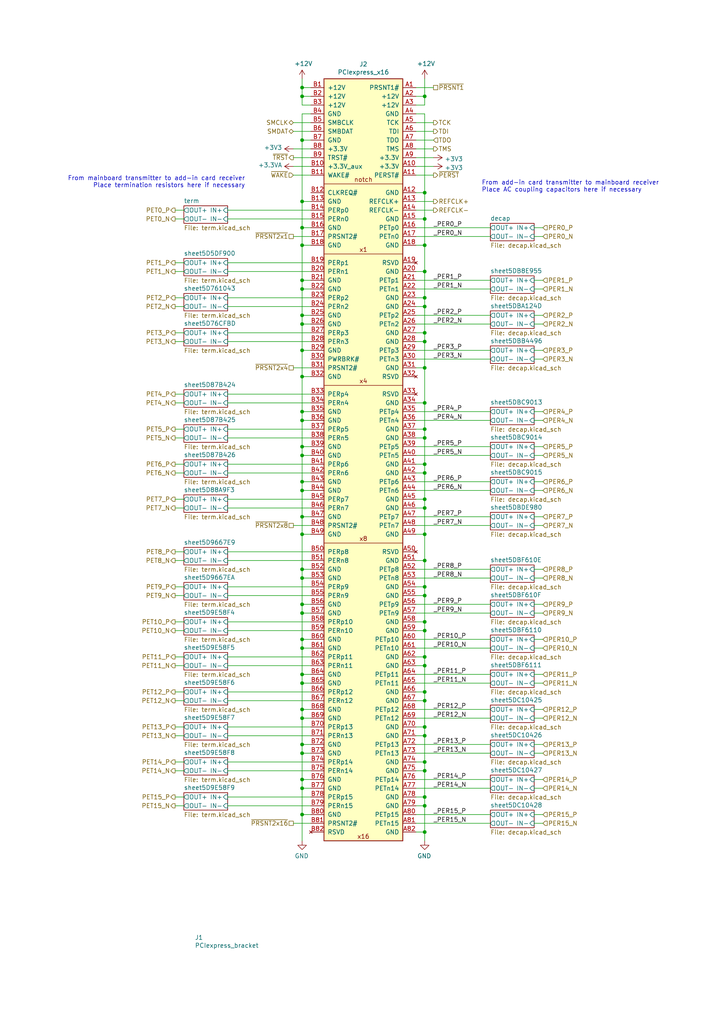
<source format=kicad_sch>
(kicad_sch (version 20250114) (generator "eeschema") (generator_version "9.0")
  (paper "A4" portrait)
  (title_block (title "PCIexpress_x16_full") (company "Author: Luca Anastasio"))
  (lib_symbols
    (symbol "PCIexpress:PCIexpress_bracket" (pin_names (offset 1.016))
      (property "Reference" "J" (at 0 0 0))
      (property "Value" "PCIexpress_bracket" (at 0 0 0))
    )
    (symbol "PCIexpress:PCIexpress_x16" (pin_names (offset 1.016))
      (property "Reference" "J" (at 0 3.81 0))
      (property "Value" "PCIexpress_x16" (at 0 1.27 0))
      (symbol "PCIexpress_x16_0_0"
        (polyline (pts (xy 11.43 -88.9) (xy -11.43 -88.9)))
        (polyline (pts (xy 11.43 -134.62) (xy -11.43 -134.62)))
        (text "x4" (at 0 -87.63 0) (effects (font (size 1.27 1.27))))
        (text "x8" (at 0 -133.35 0) (effects (font (size 1.27 1.27))))
        (text "x16" (at 0 -219.71 0) (effects (font (size 1.27 1.27))))
      )
      (symbol "PCIexpress_x16_1_1"
        (rectangle (start 11.43 0) (end -11.43 -220.98) (stroke (width 0.254)) (fill (type background)))
        (polyline (pts (xy 11.43 -30.48) (xy -11.43 -30.48)))
        (polyline (pts (xy 11.43 -50.8) (xy -11.43 -50.8)))
        (text "notch" (at 0 -29.21 0) (effects (font (size 1.27 1.27))))
        (text "x1" (at 0 -49.53 0) (effects (font (size 1.27 1.27))))
        (pin power_in line (at -15.24 -2.54 0) (length 3.81) (name "+12V") (number "B1"))
        (pin power_in line (at -15.24 -5.08 0) (length 3.81) (name "+12V") (number "B2"))
        (pin power_in line (at -15.24 -7.62 0) (length 3.81) (name "+12V") (number "B3"))
        (pin power_in line (at -15.24 -10.16 0) (length 3.81) (name "GND") (number "B4"))
        (pin input line (at -15.24 -12.7 0) (length 3.81) (name "SMBCLK") (number "B5"))
        (pin bidirectional line (at -15.24 -15.24 0) (length 3.81) (name "SMBDAT") (number "B6"))
        (pin power_in line (at -15.24 -17.78 0) (length 3.81) (name "GND") (number "B7"))
        (pin power_in line (at -15.24 -20.32 0) (length 3.81) (name "+3.3V") (number "B8"))
        (pin input line (at -15.24 -22.86 0) (length 3.81) (name "TRST#") (number "B9"))
        (pin power_in line (at -15.24 -25.4 0) (length 3.81) (name "+3.3V_aux") (number "B10"))
        (pin bidirectional line (at -15.24 -27.94 0) (length 3.81) (name "WAKE#") (number "B11"))
        (pin bidirectional line (at -15.24 -33.02 0) (length 3.81) (name "CLKREQ#") (number "B12"))
        (pin power_in line (at -15.24 -35.56 0) (length 3.81) (name "GND") (number "B13"))
        (pin input line (at -15.24 -38.1 0) (length 3.81) (name "PERp0") (number "B14"))
        (pin input line (at -15.24 -40.64 0) (length 3.81) (name "PERn0") (number "B15"))
        (pin power_in line (at -15.24 -43.18 0) (length 3.81) (name "GND") (number "B16"))
        (pin passive line (at -15.24 -45.72 0) (length 3.81) (name "PRSNT2#") (number "B17"))
        (pin power_in line (at -15.24 -48.26 0) (length 3.81) (name "GND") (number "B18"))
        (pin input line (at -15.24 -53.34 0) (length 3.81) (name "PERp1") (number "B19"))
        (pin input line (at -15.24 -55.88 0) (length 3.81) (name "PERn1") (number "B20"))
        (pin power_in line (at -15.24 -58.42 0) (length 3.81) (name "GND") (number "B21"))
        (pin power_in line (at -15.24 -60.96 0) (length 3.81) (name "GND") (number "B22"))
        (pin input line (at -15.24 -63.5 0) (length 3.81) (name "PERp2") (number "B23"))
        (pin input line (at -15.24 -66.04 0) (length 3.81) (name "PERn2") (number "B24"))
        (pin power_in line (at -15.24 -68.58 0) (length 3.81) (name "GND") (number "B25"))
        (pin power_in line (at -15.24 -71.12 0) (length 3.81) (name "GND") (number "B26"))
        (pin input line (at -15.24 -73.66 0) (length 3.81) (name "PERp3") (number "B27"))
        (pin input line (at -15.24 -76.2 0) (length 3.81) (name "PERn3") (number "B28"))
        (pin power_in line (at -15.24 -78.74 0) (length 3.81) (name "GND") (number "B29"))
        (pin output line (at -15.24 -81.28 0) (length 3.81) (name "PWRBRK#") (number "B30"))
        (pin passive line (at -15.24 -83.82 0) (length 3.81) (name "PRSNT2#") (number "B31"))
        (pin power_in line (at -15.24 -86.36 0) (length 3.81) (name "GND") (number "B32"))
        (pin input line (at -15.24 -91.44 0) (length 3.81) (name "PERp4") (number "B33"))
        (pin input line (at -15.24 -93.98 0) (length 3.81) (name "PERn4") (number "B34"))
        (pin power_in line (at -15.24 -96.52 0) (length 3.81) (name "GND") (number "B35"))
        (pin power_in line (at -15.24 -99.06 0) (length 3.81) (name "GND") (number "B36"))
        (pin input line (at -15.24 -101.6 0) (length 3.81) (name "PERp5") (number "B37"))
        (pin input line (at -15.24 -104.14 0) (length 3.81) (name "PERn5") (number "B38"))
        (pin power_in line (at -15.24 -106.68 0) (length 3.81) (name "GND") (number "B39"))
        (pin power_in line (at -15.24 -109.22 0) (length 3.81) (name "GND") (number "B40"))
        (pin input line (at -15.24 -111.76 0) (length 3.81) (name "PERp6") (number "B41"))
        (pin input line (at -15.24 -114.3 0) (length 3.81) (name "PERn6") (number "B42"))
        (pin power_in line (at -15.24 -116.84 0) (length 3.81) (name "GND") (number "B43"))
        (pin power_in line (at -15.24 -119.38 0) (length 3.81) (name "GND") (number "B44"))
        (pin input line (at -15.24 -121.92 0) (length 3.81) (name "PERp7") (number "B45"))
        (pin input line (at -15.24 -124.46 0) (length 3.81) (name "PERn7") (number "B46"))
        (pin power_in line (at -15.24 -127 0) (length 3.81) (name "GND") (number "B47"))
        (pin passive line (at -15.24 -129.54 0) (length 3.81) (name "PRSNT2#") (number "B48"))
        (pin power_in line (at -15.24 -132.08 0) (length 3.81) (name "GND") (number "B49"))
        (pin input line (at -15.24 -137.16 0) (length 3.81) (name "PERp8") (number "B50"))
        (pin input line (at -15.24 -139.7 0) (length 3.81) (name "PERn8") (number "B51"))
        (pin power_in line (at -15.24 -142.24 0) (length 3.81) (name "GND") (number "B52"))
        (pin power_in line (at -15.24 -144.78 0) (length 3.81) (name "GND") (number "B53"))
        (pin input line (at -15.24 -147.32 0) (length 3.81) (name "PERp9") (number "B54"))
        (pin input line (at -15.24 -149.86 0) (length 3.81) (name "PERn9") (number "B55"))
        (pin power_in line (at -15.24 -152.4 0) (length 3.81) (name "GND") (number "B56"))
        (pin power_in line (at -15.24 -154.94 0) (length 3.81) (name "GND") (number "B57"))
        (pin input line (at -15.24 -157.48 0) (length 3.81) (name "PERp10") (number "B58"))
        (pin input line (at -15.24 -160.02 0) (length 3.81) (name "PERn10") (number "B59"))
        (pin power_in line (at -15.24 -162.56 0) (length 3.81) (name "GND") (number "B60"))
        (pin power_in line (at -15.24 -165.1 0) (length 3.81) (name "GND") (number "B61"))
        (pin input line (at -15.24 -167.64 0) (length 3.81) (name "PERp11") (number "B62"))
        (pin input line (at -15.24 -170.18 0) (length 3.81) (name "PERn11") (number "B63"))
        (pin power_in line (at -15.24 -172.72 0) (length 3.81) (name "GND") (number "B64"))
        (pin power_in line (at -15.24 -175.26 0) (length 3.81) (name "GND") (number "B65"))
        (pin input line (at -15.24 -177.8 0) (length 3.81) (name "PERp12") (number "B66"))
        (pin input line (at -15.24 -180.34 0) (length 3.81) (name "PERn12") (number "B67"))
        (pin power_in line (at -15.24 -182.88 0) (length 3.81) (name "GND") (number "B68"))
        (pin power_in line (at -15.24 -185.42 0) (length 3.81) (name "GND") (number "B69"))
        (pin input line (at -15.24 -187.96 0) (length 3.81) (name "PERp13") (number "B70"))
        (pin input line (at -15.24 -190.5 0) (length 3.81) (name "PERn13") (number "B71"))
        (pin power_in line (at -15.24 -193.04 0) (length 3.81) (name "GND") (number "B72"))
        (pin power_in line (at -15.24 -195.58 0) (length 3.81) (name "GND") (number "B73"))
        (pin input line (at -15.24 -198.12 0) (length 3.81) (name "PERp14") (number "B74"))
        (pin input line (at -15.24 -200.66 0) (length 3.81) (name "PERn14") (number "B75"))
        (pin power_in line (at -15.24 -203.2 0) (length 3.81) (name "GND") (number "B76"))
        (pin power_in line (at -15.24 -205.74 0) (length 3.81) (name "GND") (number "B77"))
        (pin input line (at -15.24 -208.28 0) (length 3.81) (name "PERp15") (number "B78"))
        (pin input line (at -15.24 -210.82 0) (length 3.81) (name "PERn15") (number "B79"))
        (pin power_in line (at -15.24 -213.36 0) (length 3.81) (name "GND") (number "B80"))
        (pin passive line (at -15.24 -215.9 0) (length 3.81) (name "PRSNT2#") (number "B81"))
        (pin no_connect line (at -15.24 -218.44 0) (length 3.81) (name "RSVD") (number "B82"))
        (pin passive line (at 15.24 -2.54 180) (length 3.81) (name "PRSNT1#") (number "A1"))
        (pin power_in line (at 15.24 -5.08 180) (length 3.81) (name "+12V") (number "A2"))
        (pin power_in line (at 15.24 -7.62 180) (length 3.81) (name "+12V") (number "A3"))
        (pin power_in line (at 15.24 -10.16 180) (length 3.81) (name "GND") (number "A4"))
        (pin input line (at 15.24 -12.7 180) (length 3.81) (name "TCK") (number "A5"))
        (pin input line (at 15.24 -15.24 180) (length 3.81) (name "TDI") (number "A6"))
        (pin output line (at 15.24 -17.78 180) (length 3.81) (name "TDO") (number "A7"))
        (pin input line (at 15.24 -20.32 180) (length 3.81) (name "TMS") (number "A8"))
        (pin power_in line (at 15.24 -22.86 180) (length 3.81) (name "+3.3V") (number "A9"))
        (pin power_in line (at 15.24 -25.4 180) (length 3.81) (name "+3.3V") (number "A10"))
        (pin input line (at 15.24 -27.94 180) (length 3.81) (name "PERST#") (number "A11"))
        (pin power_in line (at 15.24 -33.02 180) (length 3.81) (name "GND") (number "A12"))
        (pin input line (at 15.24 -35.56 180) (length 3.81) (name "REFCLK+") (number "A13"))
        (pin input line (at 15.24 -38.1 180) (length 3.81) (name "REFCLK-") (number "A14"))
        (pin power_in line (at 15.24 -40.64 180) (length 3.81) (name "GND") (number "A15"))
        (pin output line (at 15.24 -43.18 180) (length 3.81) (name "PETp0") (number "A16"))
        (pin output line (at 15.24 -45.72 180) (length 3.81) (name "PETn0") (number "A17"))
        (pin power_in line (at 15.24 -48.26 180) (length 3.81) (name "GND") (number "A18"))
        (pin no_connect line (at 15.24 -53.34 180) (length 3.81) (name "RSVD") (number "A19"))
        (pin power_in line (at 15.24 -55.88 180) (length 3.81) (name "GND") (number "A20"))
        (pin output line (at 15.24 -58.42 180) (length 3.81) (name "PETp1") (number "A21"))
        (pin output line (at 15.24 -60.96 180) (length 3.81) (name "PETn1") (number "A22"))
        (pin power_in line (at 15.24 -63.5 180) (length 3.81) (name "GND") (number "A23"))
        (pin power_in line (at 15.24 -66.04 180) (length 3.81) (name "GND") (number "A24"))
        (pin output line (at 15.24 -68.58 180) (length 3.81) (name "PETp2") (number "A25"))
        (pin output line (at 15.24 -71.12 180) (length 3.81) (name "PETn2") (number "A26"))
        (pin power_in line (at 15.24 -73.66 180) (length 3.81) (name "GND") (number "A27"))
        (pin power_in line (at 15.24 -76.2 180) (length 3.81) (name "GND") (number "A28"))
        (pin output line (at 15.24 -78.74 180) (length 3.81) (name "PETp3") (number "A29"))
        (pin output line (at 15.24 -81.28 180) (length 3.81) (name "PETn3") (number "A30"))
        (pin power_in line (at 15.24 -83.82 180) (length 3.81) (name "GND") (number "A31"))
        (pin no_connect line (at 15.24 -86.36 180) (length 3.81) (name "RSVD") (number "A32"))
        (pin no_connect line (at 15.24 -91.44 180) (length 3.81) (name "RSVD") (number "A33"))
        (pin power_in line (at 15.24 -93.98 180) (length 3.81) (name "GND") (number "A34"))
        (pin output line (at 15.24 -96.52 180) (length 3.81) (name "PETp4") (number "A35"))
        (pin output line (at 15.24 -99.06 180) (length 3.81) (name "PETn4") (number "A36"))
        (pin power_in line (at 15.24 -101.6 180) (length 3.81) (name "GND") (number "A37"))
        (pin power_in line (at 15.24 -104.14 180) (length 3.81) (name "GND") (number "A38"))
        (pin output line (at 15.24 -106.68 180) (length 3.81) (name "PETp5") (number "A39"))
        (pin output line (at 15.24 -109.22 180) (length 3.81) (name "PETn5") (number "A40"))
        (pin power_in line (at 15.24 -111.76 180) (length 3.81) (name "GND") (number "A41"))
        (pin power_in line (at 15.24 -114.3 180) (length 3.81) (name "GND") (number "A42"))
        (pin output line (at 15.24 -116.84 180) (length 3.81) (name "PETp6") (number "A43"))
        (pin output line (at 15.24 -119.38 180) (length 3.81) (name "PETn6") (number "A44"))
        (pin power_in line (at 15.24 -121.92 180) (length 3.81) (name "GND") (number "A45"))
        (pin power_in line (at 15.24 -124.46 180) (length 3.81) (name "GND") (number "A46"))
        (pin output line (at 15.24 -127 180) (length 3.81) (name "PETp7") (number "A47"))
        (pin output line (at 15.24 -129.54 180) (length 3.81) (name "PETn7") (number "A48"))
        (pin power_in line (at 15.24 -132.08 180) (length 3.81) (name "GND") (number "A49"))
        (pin no_connect line (at 15.24 -137.16 180) (length 3.81) (name "RSVD") (number "A50"))
        (pin power_in line (at 15.24 -139.7 180) (length 3.81) (name "GND") (number "A51"))
        (pin output line (at 15.24 -142.24 180) (length 3.81) (name "PETp8") (number "A52"))
        (pin output line (at 15.24 -144.78 180) (length 3.81) (name "PETn8") (number "A53"))
        (pin power_in line (at 15.24 -147.32 180) (length 3.81) (name "GND") (number "A54"))
        (pin power_in line (at 15.24 -149.86 180) (length 3.81) (name "GND") (number "A55"))
        (pin output line (at 15.24 -152.4 180) (length 3.81) (name "PETp9") (number "A56"))
        (pin output line (at 15.24 -154.94 180) (length 3.81) (name "PETn9") (number "A57"))
        (pin power_in line (at 15.24 -157.48 180) (length 3.81) (name "GND") (number "A58"))
        (pin power_in line (at 15.24 -160.02 180) (length 3.81) (name "GND") (number "A59"))
        (pin output line (at 15.24 -162.56 180) (length 3.81) (name "PETp10") (number "A60"))
        (pin output line (at 15.24 -165.1 180) (length 3.81) (name "PETn10") (number "A61"))
        (pin power_in line (at 15.24 -167.64 180) (length 3.81) (name "GND") (number "A62"))
        (pin power_in line (at 15.24 -170.18 180) (length 3.81) (name "GND") (number "A63"))
        (pin output line (at 15.24 -172.72 180) (length 3.81) (name "PETp11") (number "A64"))
        (pin output line (at 15.24 -175.26 180) (length 3.81) (name "PETn11") (number "A65"))
        (pin power_in line (at 15.24 -177.8 180) (length 3.81) (name "GND") (number "A66"))
        (pin power_in line (at 15.24 -180.34 180) (length 3.81) (name "GND") (number "A67"))
        (pin output line (at 15.24 -182.88 180) (length 3.81) (name "PETp12") (number "A68"))
        (pin output line (at 15.24 -185.42 180) (length 3.81) (name "PETn12") (number "A69"))
        (pin power_in line (at 15.24 -187.96 180) (length 3.81) (name "GND") (number "A70"))
        (pin power_in line (at 15.24 -190.5 180) (length 3.81) (name "GND") (number "A71"))
        (pin output line (at 15.24 -193.04 180) (length 3.81) (name "PETp13") (number "A72"))
        (pin output line (at 15.24 -195.58 180) (length 3.81) (name "PETn13") (number "A73"))
        (pin power_in line (at 15.24 -198.12 180) (length 3.81) (name "GND") (number "A74"))
        (pin power_in line (at 15.24 -200.66 180) (length 3.81) (name "GND") (number "A75"))
        (pin output line (at 15.24 -203.2 180) (length 3.81) (name "PETp14") (number "A76"))
        (pin output line (at 15.24 -205.74 180) (length 3.81) (name "PETn14") (number "A77"))
        (pin power_in line (at 15.24 -208.28 180) (length 3.81) (name "GND") (number "A78"))
        (pin power_in line (at 15.24 -210.82 180) (length 3.81) (name "GND") (number "A79"))
        (pin output line (at 15.24 -213.36 180) (length 3.81) (name "PETp15") (number "A80"))
        (pin output line (at 15.24 -215.9 180) (length 3.81) (name "PETn15") (number "A81"))
        (pin power_in line (at 15.24 -218.44 180) (length 3.81) (name "GND") (number "A82"))
      )
    )
    (symbol "PCIexpress_x16_full-rescue:+3.3V-power" (power) (pin_names (offset 0))
      (property "Value" "+3.3V-power" (at 0 3.556 0))
      (symbol "+3.3V-power_0_1"
        (polyline (pts (xy -0.762 1.27) (xy 0 2.54)))
        (polyline (pts (xy 0 2.54) (xy 0.762 1.27)))
        (polyline (pts (xy 0 0) (xy 0 2.54)))
      )
      (symbol "+3.3V-power_1_1"
        (pin power_in line (at 0 0 90) (length 0) (hide yes) (name "+3V3") (number "1"))
      )
    )
    (symbol "power:+12V" (power) (pin_names (offset 0))
      (property "Value" "+12V" (at 0 3.556 0))
      (symbol "+12V_0_1"
        (polyline (pts (xy -0.762 1.27) (xy 0 2.54)))
        (polyline (pts (xy 0 2.54) (xy 0.762 1.27)))
        (polyline (pts (xy 0 0) (xy 0 2.54)))
      )
      (symbol "+12V_1_1"
        (pin power_in line (at 0 0 90) (length 0) (hide yes) (name "+12V") (number "1"))
      )
    )
    (symbol "power:+3.3VA" (power) (pin_names (offset 0))
      (property "Value" "+3.3VA" (at 0 3.556 0))
      (symbol "+3.3VA_0_1"
        (polyline (pts (xy -0.762 1.27) (xy 0 2.54)))
        (polyline (pts (xy 0 2.54) (xy 0.762 1.27)))
        (polyline (pts (xy 0 0) (xy 0 2.54)))
      )
      (symbol "+3.3VA_1_1"
        (pin power_in line (at 0 0 90) (length 0) (hide yes) (name "+3.3VA") (number "1"))
      )
    )
    (symbol "power:GND" (power) (pin_names (offset 0))
      (property "Value" "GND" (at 0 -3.81 0))
      (symbol "GND_0_1"
        (polyline (pts (xy 0 0) (xy 0 -1.27) (xy 1.27 -1.27) (xy 0 -2.54) (xy -1.27 -1.27) (xy 0 -1.27)))
      )
      (symbol "GND_1_1"
        (pin power_in line (at 0 0 270) (length 0) (hide yes) (name "GND") (number "1"))
      )
    )
  )
  (text "From add-in card transmitter to mainboard receiver\nPlace AC coupling capacitors here if necessary" (at 139.7 55.88 0) (effects (font (size 1.27 1.27)) (justify left bottom)))
  (text "From mainboard transmitter to add-in card receiver\nPlace termination resistors here if necessary" (at 71.12 54.61 0) (effects (font (size 1.27 1.27)) (justify right bottom)))
  (junction (at 87.63 167.64))
  (junction (at 123.19 233.68))
  (junction (at 87.63 119.38))
  (junction (at 123.19 63.5))
  (junction (at 87.63 71.12))
  (junction (at 87.63 215.9))
  (junction (at 123.19 27.94))
  (junction (at 123.19 210.82))
  (junction (at 123.19 124.46))
  (junction (at 87.63 25.4))
  (junction (at 87.63 129.54))
  (junction (at 123.19 144.78))
  (junction (at 123.19 106.68))
  (junction (at 87.63 121.92))
  (junction (at 87.63 185.42))
  (junction (at 123.19 99.06))
  (junction (at 87.63 81.28))
  (junction (at 87.63 198.12))
  (junction (at 123.19 172.72))
  (junction (at 123.19 96.52))
  (junction (at 87.63 109.22))
  (junction (at 87.63 236.22))
  (junction (at 87.63 142.24))
  (junction (at 87.63 177.8))
  (junction (at 87.63 205.74))
  (junction (at 123.19 154.94))
  (junction (at 87.63 226.06))
  (junction (at 123.19 55.88))
  (junction (at 87.63 66.04))
  (junction (at 123.19 203.2))
  (junction (at 123.19 162.56))
  (junction (at 87.63 195.58))
  (junction (at 87.63 149.86))
  (junction (at 123.19 147.32))
  (junction (at 123.19 193.04))
  (junction (at 123.19 220.98))
  (junction (at 123.19 200.66))
  (junction (at 87.63 91.44))
  (junction (at 87.63 93.98))
  (junction (at 123.19 88.9))
  (junction (at 87.63 208.28))
  (junction (at 123.19 182.88))
  (junction (at 123.19 71.12))
  (junction (at 123.19 137.16))
  (junction (at 123.19 134.62))
  (junction (at 87.63 40.64))
  (junction (at 123.19 231.14))
  (junction (at 87.63 27.94))
  (junction (at 87.63 187.96))
  (junction (at 87.63 132.08))
  (junction (at 123.19 127))
  (junction (at 123.19 241.3))
  (junction (at 87.63 139.7))
  (junction (at 123.19 116.84))
  (junction (at 123.19 223.52))
  (junction (at 123.19 86.36))
  (junction (at 123.19 213.36))
  (junction (at 123.19 190.5))
  (junction (at 87.63 165.1))
  (junction (at 123.19 180.34))
  (junction (at 87.63 228.6))
  (junction (at 87.63 218.44))
  (junction (at 87.63 154.94))
  (junction (at 123.19 78.74))
  (junction (at 123.19 170.18))
  (junction (at 87.63 58.42))
  (junction (at 87.63 101.6))
  (junction (at 87.63 175.26))
  (junction (at 87.63 83.82))
  (wire (pts (xy 154.94 236.22) (xy 157.48 236.22)))
  (wire (pts (xy 120.65 104.14) (xy 142.24 104.14)))
  (wire (pts (xy 90.17 208.28) (xy 87.63 208.28)))
  (wire (pts (xy 123.19 231.14) (xy 123.19 233.68)))
  (wire (pts (xy 50.8 124.46) (xy 53.34 124.46)))
  (wire (pts (xy 66.04 114.3) (xy 90.17 114.3)))
  (wire (pts (xy 154.94 152.4) (xy 157.48 152.4)))
  (wire (pts (xy 120.65 91.44) (xy 142.24 91.44)))
  (wire (pts (xy 154.94 195.58) (xy 157.48 195.58)))
  (wire (pts (xy 123.19 180.34) (xy 120.65 180.34)))
  (wire (pts (xy 90.17 71.12) (xy 87.63 71.12)))
  (wire (pts (xy 87.63 83.82) (xy 87.63 81.28)))
  (wire (pts (xy 123.19 86.36) (xy 123.19 88.9)))
  (wire (pts (xy 120.65 134.62) (xy 123.19 134.62)))
  (wire (pts (xy 154.94 139.7) (xy 157.48 139.7)))
  (wire (pts (xy 90.17 91.44) (xy 87.63 91.44)))
  (wire (pts (xy 50.8 86.36) (xy 53.34 86.36)))
  (wire (pts (xy 120.65 35.56) (xy 125.73 35.56)))
  (wire (pts (xy 120.65 129.54) (xy 142.24 129.54)))
  (wire (pts (xy 66.04 86.36) (xy 90.17 86.36)))
  (wire (pts (xy 85.09 152.4) (xy 90.17 152.4)))
  (wire (pts (xy 90.17 165.1) (xy 87.63 165.1)))
  (wire (pts (xy 90.17 139.7) (xy 87.63 139.7)))
  (wire (pts (xy 120.65 101.6) (xy 142.24 101.6)))
  (wire (pts (xy 87.63 185.42) (xy 87.63 177.8)))
  (wire (pts (xy 87.63 109.22) (xy 87.63 101.6)))
  (wire (pts (xy 87.63 91.44) (xy 87.63 83.82)))
  (wire (pts (xy 66.04 78.74) (xy 90.17 78.74)))
  (wire (pts (xy 120.65 241.3) (xy 123.19 241.3)))
  (wire (pts (xy 90.17 167.64) (xy 87.63 167.64)))
  (wire (pts (xy 50.8 76.2) (xy 53.34 76.2)))
  (wire (pts (xy 50.8 231.14) (xy 53.34 231.14)))
  (wire (pts (xy 120.65 226.06) (xy 142.24 226.06)))
  (wire (pts (xy 120.65 119.38) (xy 142.24 119.38)))
  (wire (pts (xy 66.04 116.84) (xy 90.17 116.84)))
  (wire (pts (xy 50.8 200.66) (xy 53.34 200.66)))
  (wire (pts (xy 123.19 170.18) (xy 123.19 172.72)))
  (wire (pts (xy 120.65 50.8) (xy 125.73 50.8)))
  (wire (pts (xy 90.17 215.9) (xy 87.63 215.9)))
  (wire (pts (xy 90.17 154.94) (xy 87.63 154.94)))
  (wire (pts (xy 90.17 58.42) (xy 87.63 58.42)))
  (wire (pts (xy 154.94 215.9) (xy 157.48 215.9)))
  (wire (pts (xy 66.04 200.66) (xy 90.17 200.66)))
  (wire (pts (xy 120.65 198.12) (xy 142.24 198.12)))
  (wire (pts (xy 154.94 93.98) (xy 157.48 93.98)))
  (wire (pts (xy 87.63 187.96) (xy 87.63 185.42)))
  (wire (pts (xy 123.19 71.12) (xy 123.19 78.74)))
  (wire (pts (xy 87.63 119.38) (xy 87.63 109.22)))
  (wire (pts (xy 123.19 63.5) (xy 123.19 71.12)))
  (wire (pts (xy 123.19 223.52) (xy 123.19 231.14)))
  (wire (pts (xy 87.63 71.12) (xy 87.63 66.04)))
  (wire (pts (xy 90.17 185.42) (xy 87.63 185.42)))
  (wire (pts (xy 120.65 167.64) (xy 142.24 167.64)))
  (wire (pts (xy 66.04 134.62) (xy 90.17 134.62)))
  (wire (pts (xy 50.8 116.84) (xy 53.34 116.84)))
  (wire (pts (xy 50.8 160.02) (xy 53.34 160.02)))
  (wire (pts (xy 120.65 86.36) (xy 123.19 86.36)))
  (wire (pts (xy 50.8 162.56) (xy 53.34 162.56)))
  (wire (pts (xy 120.65 66.04) (xy 142.24 66.04)))
  (wire (pts (xy 50.8 182.88) (xy 53.34 182.88)))
  (wire (pts (xy 66.04 170.18) (xy 90.17 170.18)))
  (wire (pts (xy 90.17 205.74) (xy 87.63 205.74)))
  (wire (pts (xy 123.19 233.68) (xy 123.19 241.3)))
  (wire (pts (xy 87.63 154.94) (xy 87.63 149.86)))
  (wire (pts (xy 50.8 190.5) (xy 53.34 190.5)))
  (wire (pts (xy 123.19 203.2) (xy 123.19 210.82)))
  (wire (pts (xy 123.19 154.94) (xy 123.19 162.56)))
  (wire (pts (xy 90.17 236.22) (xy 87.63 236.22)))
  (wire (pts (xy 90.17 109.22) (xy 87.63 109.22)))
  (wire (pts (xy 154.94 83.82) (xy 157.48 83.82)))
  (wire (pts (xy 154.94 129.54) (xy 157.48 129.54)))
  (wire (pts (xy 85.09 50.8) (xy 90.17 50.8)))
  (wire (pts (xy 123.19 137.16) (xy 123.19 144.78)))
  (wire (pts (xy 87.63 129.54) (xy 87.63 121.92)))
  (wire (pts (xy 50.8 213.36) (xy 53.34 213.36)))
  (wire (pts (xy 120.65 124.46) (xy 123.19 124.46)))
  (wire (pts (xy 120.65 71.12) (xy 123.19 71.12)))
  (wire (pts (xy 85.09 48.26) (xy 90.17 48.26)))
  (wire (pts (xy 154.94 101.6) (xy 157.48 101.6)))
  (wire (pts (xy 90.17 149.86) (xy 87.63 149.86)))
  (wire (pts (xy 87.63 25.4) (xy 87.63 22.86)))
  (wire (pts (xy 50.8 137.16) (xy 53.34 137.16)))
  (wire (pts (xy 87.63 167.64) (xy 87.63 165.1)))
  (wire (pts (xy 66.04 147.32) (xy 90.17 147.32)))
  (wire (pts (xy 120.65 208.28) (xy 142.24 208.28)))
  (wire (pts (xy 90.17 195.58) (xy 87.63 195.58)))
  (wire (pts (xy 123.19 88.9) (xy 123.19 96.52)))
  (wire (pts (xy 123.19 241.3) (xy 123.19 243.84)))
  (wire (pts (xy 87.63 27.94) (xy 87.63 25.4)))
  (wire (pts (xy 66.04 233.68) (xy 90.17 233.68)))
  (wire (pts (xy 123.19 213.36) (xy 123.19 220.98)))
  (wire (pts (xy 120.65 60.96) (xy 125.73 60.96)))
  (wire (pts (xy 87.63 121.92) (xy 87.63 119.38)))
  (wire (pts (xy 90.17 40.64) (xy 87.63 40.64)))
  (wire (pts (xy 120.65 210.82) (xy 123.19 210.82)))
  (wire (pts (xy 120.65 152.4) (xy 142.24 152.4)))
  (wire (pts (xy 85.09 238.76) (xy 90.17 238.76)))
  (wire (pts (xy 120.65 96.52) (xy 123.19 96.52)))
  (wire (pts (xy 87.63 198.12) (xy 87.63 195.58)))
  (wire (pts (xy 120.65 236.22) (xy 142.24 236.22)))
  (wire (pts (xy 120.65 223.52) (xy 123.19 223.52)))
  (wire (pts (xy 90.17 142.24) (xy 87.63 142.24)))
  (wire (pts (xy 154.94 208.28) (xy 157.48 208.28)))
  (wire (pts (xy 154.94 165.1) (xy 157.48 165.1)))
  (wire (pts (xy 120.65 149.86) (xy 142.24 149.86)))
  (wire (pts (xy 123.19 78.74) (xy 123.19 86.36)))
  (wire (pts (xy 50.8 60.96) (xy 53.34 60.96)))
  (wire (pts (xy 120.65 144.78) (xy 123.19 144.78)))
  (wire (pts (xy 87.63 208.28) (xy 87.63 205.74)))
  (wire (pts (xy 66.04 210.82) (xy 90.17 210.82)))
  (wire (pts (xy 123.19 33.02) (xy 120.65 33.02)))
  (wire (pts (xy 154.94 175.26) (xy 157.48 175.26)))
  (wire (pts (xy 120.65 147.32) (xy 123.19 147.32)))
  (wire (pts (xy 120.65 58.42) (xy 125.73 58.42)))
  (wire (pts (xy 120.65 182.88) (xy 123.19 182.88)))
  (wire (pts (xy 66.04 127) (xy 90.17 127)))
  (wire (pts (xy 87.63 81.28) (xy 87.63 71.12)))
  (wire (pts (xy 120.65 106.68) (xy 123.19 106.68)))
  (wire (pts (xy 120.65 99.06) (xy 123.19 99.06)))
  (wire (pts (xy 120.65 48.26) (xy 125.73 48.26)))
  (wire (pts (xy 123.19 200.66) (xy 123.19 203.2)))
  (wire (pts (xy 87.63 40.64) (xy 87.63 33.02)))
  (wire (pts (xy 120.65 200.66) (xy 123.19 200.66)))
  (wire (pts (xy 90.17 177.8) (xy 87.63 177.8)))
  (wire (pts (xy 123.19 96.52) (xy 123.19 99.06)))
  (wire (pts (xy 66.04 213.36) (xy 90.17 213.36)))
  (wire (pts (xy 123.19 210.82) (xy 123.19 213.36)))
  (wire (pts (xy 66.04 180.34) (xy 90.17 180.34)))
  (wire (pts (xy 123.19 99.06) (xy 123.19 106.68)))
  (wire (pts (xy 50.8 114.3) (xy 53.34 114.3)))
  (wire (pts (xy 90.17 121.92) (xy 87.63 121.92)))
  (wire (pts (xy 120.65 137.16) (xy 123.19 137.16)))
  (wire (pts (xy 120.65 238.76) (xy 142.24 238.76)))
  (wire (pts (xy 123.19 144.78) (xy 123.19 147.32)))
  (wire (pts (xy 120.65 68.58) (xy 142.24 68.58)))
  (wire (pts (xy 120.65 30.48) (xy 123.19 30.48)))
  (wire (pts (xy 66.04 60.96) (xy 90.17 60.96)))
  (wire (pts (xy 120.65 165.1) (xy 142.24 165.1)))
  (wire (pts (xy 154.94 66.04) (xy 157.48 66.04)))
  (wire (pts (xy 120.65 215.9) (xy 142.24 215.9)))
  (wire (pts (xy 154.94 218.44) (xy 157.48 218.44)))
  (wire (pts (xy 154.94 226.06) (xy 157.48 226.06)))
  (wire (pts (xy 87.63 165.1) (xy 87.63 154.94)))
  (wire (pts (xy 66.04 223.52) (xy 90.17 223.52)))
  (wire (pts (xy 50.8 203.2) (xy 53.34 203.2)))
  (wire (pts (xy 50.8 134.62) (xy 53.34 134.62)))
  (wire (pts (xy 66.04 144.78) (xy 90.17 144.78)))
  (wire (pts (xy 154.94 198.12) (xy 157.48 198.12)))
  (wire (pts (xy 90.17 25.4) (xy 87.63 25.4)))
  (wire (pts (xy 120.65 116.84) (xy 123.19 116.84)))
  (wire (pts (xy 66.04 63.5) (xy 90.17 63.5)))
  (wire (pts (xy 50.8 96.52) (xy 53.34 96.52)))
  (wire (pts (xy 154.94 68.58) (xy 157.48 68.58)))
  (wire (pts (xy 50.8 223.52) (xy 53.34 223.52)))
  (wire (pts (xy 87.63 149.86) (xy 87.63 142.24)))
  (wire (pts (xy 123.19 162.56) (xy 123.19 170.18)))
  (wire (pts (xy 50.8 210.82) (xy 53.34 210.82)))
  (wire (pts (xy 120.65 139.7) (xy 142.24 139.7)))
  (wire (pts (xy 154.94 205.74) (xy 157.48 205.74)))
  (wire (pts (xy 66.04 76.2) (xy 90.17 76.2)))
  (wire (pts (xy 123.19 106.68) (xy 123.19 116.84)))
  (wire (pts (xy 85.09 43.18) (xy 90.17 43.18)))
  (wire (pts (xy 90.17 218.44) (xy 87.63 218.44)))
  (wire (pts (xy 154.94 177.8) (xy 157.48 177.8)))
  (wire (pts (xy 123.19 172.72) (xy 123.19 180.34)))
  (wire (pts (xy 87.63 175.26) (xy 87.63 167.64)))
  (wire (pts (xy 87.63 215.9) (xy 87.63 208.28)))
  (wire (pts (xy 120.65 154.94) (xy 123.19 154.94)))
  (wire (pts (xy 66.04 99.06) (xy 90.17 99.06)))
  (wire (pts (xy 154.94 187.96) (xy 157.48 187.96)))
  (wire (pts (xy 87.63 139.7) (xy 87.63 132.08)))
  (wire (pts (xy 90.17 129.54) (xy 87.63 129.54)))
  (wire (pts (xy 50.8 144.78) (xy 53.34 144.78)))
  (wire (pts (xy 120.65 55.88) (xy 123.19 55.88)))
  (wire (pts (xy 87.63 236.22) (xy 87.63 228.6)))
  (wire (pts (xy 87.63 243.84) (xy 87.63 236.22)))
  (wire (pts (xy 50.8 147.32) (xy 53.34 147.32)))
  (wire (pts (xy 154.94 185.42) (xy 157.48 185.42)))
  (wire (pts (xy 123.19 22.86) (xy 123.19 27.94)))
  (wire (pts (xy 120.65 142.24) (xy 142.24 142.24)))
  (wire (pts (xy 123.19 134.62) (xy 123.19 137.16)))
  (wire (pts (xy 85.09 35.56) (xy 90.17 35.56)))
  (wire (pts (xy 123.19 127) (xy 123.19 134.62)))
  (wire (pts (xy 87.63 132.08) (xy 87.63 129.54)))
  (wire (pts (xy 154.94 167.64) (xy 157.48 167.64)))
  (wire (pts (xy 66.04 203.2) (xy 90.17 203.2)))
  (wire (pts (xy 90.17 68.58) (xy 85.09 68.58)))
  (wire (pts (xy 120.65 177.8) (xy 142.24 177.8)))
  (wire (pts (xy 50.8 180.34) (xy 53.34 180.34)))
  (wire (pts (xy 154.94 121.92) (xy 157.48 121.92)))
  (wire (pts (xy 90.17 175.26) (xy 87.63 175.26)))
  (wire (pts (xy 66.04 220.98) (xy 90.17 220.98)))
  (wire (pts (xy 120.65 127) (xy 123.19 127)))
  (wire (pts (xy 85.09 38.1) (xy 90.17 38.1)))
  (wire (pts (xy 120.65 175.26) (xy 142.24 175.26)))
  (wire (pts (xy 123.19 193.04) (xy 123.19 200.66)))
  (wire (pts (xy 120.65 231.14) (xy 123.19 231.14)))
  (wire (pts (xy 154.94 228.6) (xy 157.48 228.6)))
  (wire (pts (xy 90.17 119.38) (xy 87.63 119.38)))
  (wire (pts (xy 50.8 88.9) (xy 53.34 88.9)))
  (wire (pts (xy 120.65 45.72) (xy 125.73 45.72)))
  (wire (pts (xy 50.8 193.04) (xy 53.34 193.04)))
  (wire (pts (xy 120.65 43.18) (xy 125.73 43.18)))
  (wire (pts (xy 123.19 182.88) (xy 123.19 190.5)))
  (wire (pts (xy 120.65 63.5) (xy 123.19 63.5)))
  (wire (pts (xy 87.63 101.6) (xy 87.63 93.98)))
  (wire (pts (xy 87.63 30.48) (xy 87.63 27.94)))
  (wire (pts (xy 120.65 88.9) (xy 123.19 88.9)))
  (wire (pts (xy 66.04 124.46) (xy 90.17 124.46)))
  (wire (pts (xy 123.19 220.98) (xy 120.65 220.98)))
  (wire (pts (xy 154.94 81.28) (xy 157.48 81.28)))
  (wire (pts (xy 87.63 142.24) (xy 87.63 139.7)))
  (wire (pts (xy 66.04 193.04) (xy 90.17 193.04)))
  (wire (pts (xy 120.65 190.5) (xy 123.19 190.5)))
  (wire (pts (xy 90.17 30.48) (xy 87.63 30.48)))
  (wire (pts (xy 123.19 30.48) (xy 123.19 27.94)))
  (wire (pts (xy 87.63 228.6) (xy 87.63 226.06)))
  (wire (pts (xy 66.04 162.56) (xy 90.17 162.56)))
  (wire (pts (xy 90.17 101.6) (xy 87.63 101.6)))
  (wire (pts (xy 120.65 218.44) (xy 142.24 218.44)))
  (wire (pts (xy 120.65 83.82) (xy 142.24 83.82)))
  (wire (pts (xy 85.09 106.68) (xy 90.17 106.68)))
  (wire (pts (xy 120.65 228.6) (xy 142.24 228.6)))
  (wire (pts (xy 87.63 93.98) (xy 87.63 91.44)))
  (wire (pts (xy 87.63 66.04) (xy 87.63 58.42)))
  (wire (pts (xy 90.17 132.08) (xy 87.63 132.08)))
  (wire (pts (xy 66.04 96.52) (xy 90.17 96.52)))
  (wire (pts (xy 154.94 132.08) (xy 157.48 132.08)))
  (wire (pts (xy 123.19 116.84) (xy 123.19 124.46)))
  (wire (pts (xy 87.63 27.94) (xy 90.17 27.94)))
  (wire (pts (xy 50.8 78.74) (xy 53.34 78.74)))
  (wire (pts (xy 120.65 40.64) (xy 125.73 40.64)))
  (wire (pts (xy 66.04 172.72) (xy 90.17 172.72)))
  (wire (pts (xy 87.63 58.42) (xy 87.63 40.64)))
  (wire (pts (xy 120.65 172.72) (xy 123.19 172.72)))
  (wire (pts (xy 123.19 147.32) (xy 123.19 154.94)))
  (wire (pts (xy 154.94 142.24) (xy 157.48 142.24)))
  (wire (pts (xy 120.65 38.1) (xy 125.73 38.1)))
  (wire (pts (xy 90.17 66.04) (xy 87.63 66.04)))
  (wire (pts (xy 87.63 33.02) (xy 90.17 33.02)))
  (wire (pts (xy 123.19 55.88) (xy 123.19 63.5)))
  (wire (pts (xy 50.8 99.06) (xy 53.34 99.06)))
  (wire (pts (xy 123.19 27.94) (xy 120.65 27.94)))
  (wire (pts (xy 50.8 172.72) (xy 53.34 172.72)))
  (wire (pts (xy 120.65 205.74) (xy 142.24 205.74)))
  (wire (pts (xy 87.63 205.74) (xy 87.63 198.12)))
  (wire (pts (xy 120.65 203.2) (xy 123.19 203.2)))
  (wire (pts (xy 120.65 170.18) (xy 123.19 170.18)))
  (wire (pts (xy 120.65 78.74) (xy 123.19 78.74)))
  (wire (pts (xy 120.65 162.56) (xy 123.19 162.56)))
  (wire (pts (xy 120.65 233.68) (xy 123.19 233.68)))
  (wire (pts (xy 66.04 182.88) (xy 90.17 182.88)))
  (wire (pts (xy 50.8 233.68) (xy 53.34 233.68)))
  (wire (pts (xy 90.17 226.06) (xy 87.63 226.06)))
  (wire (pts (xy 120.65 121.92) (xy 142.24 121.92)))
  (wire (pts (xy 90.17 228.6) (xy 87.63 228.6)))
  (wire (pts (xy 50.8 220.98) (xy 53.34 220.98)))
  (wire (pts (xy 120.65 187.96) (xy 142.24 187.96)))
  (wire (pts (xy 87.63 226.06) (xy 87.63 218.44)))
  (wire (pts (xy 123.19 190.5) (xy 123.19 193.04)))
  (wire (pts (xy 90.17 93.98) (xy 87.63 93.98)))
  (wire (pts (xy 123.19 180.34) (xy 123.19 182.88)))
  (wire (pts (xy 120.65 132.08) (xy 142.24 132.08)))
  (wire (pts (xy 123.19 220.98) (xy 123.19 223.52)))
  (wire (pts (xy 154.94 149.86) (xy 157.48 149.86)))
  (wire (pts (xy 120.65 25.4) (xy 125.73 25.4)))
  (wire (pts (xy 120.65 93.98) (xy 142.24 93.98)))
  (wire (pts (xy 87.63 177.8) (xy 87.63 175.26)))
  (wire (pts (xy 120.65 213.36) (xy 123.19 213.36)))
  (wire (pts (xy 90.17 83.82) (xy 87.63 83.82)))
  (wire (pts (xy 66.04 190.5) (xy 90.17 190.5)))
  (wire (pts (xy 85.09 45.72) (xy 90.17 45.72)))
  (wire (pts (xy 154.94 104.14) (xy 157.48 104.14)))
  (wire (pts (xy 123.19 33.02) (xy 123.19 55.88)))
  (wire (pts (xy 120.65 81.28) (xy 142.24 81.28)))
  (wire (pts (xy 66.04 160.02) (xy 90.17 160.02)))
  (wire (pts (xy 50.8 170.18) (xy 53.34 170.18)))
  (wire (pts (xy 50.8 127) (xy 53.34 127)))
  (wire (pts (xy 123.19 124.46) (xy 123.19 127)))
  (wire (pts (xy 120.65 195.58) (xy 142.24 195.58)))
  (wire (pts (xy 87.63 218.44) (xy 87.63 215.9)))
  (wire (pts (xy 50.8 63.5) (xy 53.34 63.5)))
  (wire (pts (xy 154.94 238.76) (xy 157.48 238.76)))
  (wire (pts (xy 90.17 187.96) (xy 87.63 187.96)))
  (wire (pts (xy 154.94 91.44) (xy 157.48 91.44)))
  (wire (pts (xy 120.65 185.42) (xy 142.24 185.42)))
  (wire (pts (xy 66.04 231.14) (xy 90.17 231.14)))
  (wire (pts (xy 120.65 193.04) (xy 123.19 193.04)))
  (wire (pts (xy 66.04 137.16) (xy 90.17 137.16)))
  (wire (pts (xy 66.04 88.9) (xy 90.17 88.9)))
  (wire (pts (xy 90.17 81.28) (xy 87.63 81.28)))
  (wire (pts (xy 87.63 195.58) (xy 87.63 187.96)))
  (wire (pts (xy 90.17 198.12) (xy 87.63 198.12)))
  (wire (pts (xy 154.94 119.38) (xy 157.48 119.38)))
  (label "_PER3_N" (at 125.73 104.14 0))
  (label "_PER12_N" (at 125.73 208.28 0))
  (label "_PER4_P" (at 125.73 119.38 0))
  (label "_PER0_N" (at 125.73 68.58 0))
  (label "_PER0_P" (at 125.73 66.04 0))
  (label "_PER14_N" (at 125.73 228.6 0))
  (label "_PER11_N" (at 125.73 198.12 0))
  (label "_PER4_N" (at 125.73 121.92 0))
  (label "_PER7_P" (at 125.73 149.86 0))
  (label "_PER7_N" (at 125.73 152.4 0))
  (label "_PER12_P" (at 125.73 205.74 0))
  (label "_PER15_P" (at 125.73 236.22 0))
  (label "_PER8_N" (at 125.73 167.64 0))
  (label "_PER10_P" (at 125.73 185.42 0))
  (label "_PER2_P" (at 125.73 91.44 0))
  (label "_PER9_N" (at 125.73 177.8 0))
  (label "_PER11_P" (at 125.73 195.58 0))
  (label "_PER3_P" (at 125.73 101.6 0))
  (label "_PER14_P" (at 125.73 226.06 0))
  (label "_PER15_N" (at 125.73 238.76 0))
  (label "_PER13_P" (at 125.73 215.9 0))
  (label "_PER8_P" (at 125.73 165.1 0))
  (label "_PER1_N" (at 125.73 83.82 0))
  (label "_PER5_N" (at 125.73 132.08 0))
  (label "_PER6_P" (at 125.73 139.7 0))
  (label "_PER6_N" (at 125.73 142.24 0))
  (label "_PER13_N" (at 125.73 218.44 0))
  (label "_PER10_N" (at 125.73 187.96 0))
  (label "_PER5_P" (at 125.73 129.54 0))
  (label "_PER9_P" (at 125.73 175.26 0))
  (label "_PER1_P" (at 125.73 81.28 0))
  (label "_PER2_N" (at 125.73 93.98 0))
  (hierarchical_label "~{PRSNT1}" (shape passive) (at 125.73 25.4 0))
  (hierarchical_label "TCK" (shape output) (at 125.73 35.56 0))
  (hierarchical_label "PER12_N" (shape input) (at 157.48 208.28 0))
  (hierarchical_label "PET10_N" (shape output) (at 50.8 182.88 180))
  (hierarchical_label "PET8_P" (shape output) (at 50.8 160.02 180))
  (hierarchical_label "~{PRSNT2x1}" (shape passive) (at 85.09 68.58 180))
  (hierarchical_label "PER15_N" (shape input) (at 157.48 238.76 0))
  (hierarchical_label "PER12_P" (shape input) (at 157.48 205.74 0))
  (hierarchical_label "PER0_N" (shape input) (at 157.48 68.58 0))
  (hierarchical_label "PET11_N" (shape output) (at 50.8 193.04 180))
  (hierarchical_label "PET3_N" (shape output) (at 50.8 99.06 180))
  (hierarchical_label "PER11_P" (shape input) (at 157.48 195.58 0))
  (hierarchical_label "PET6_P" (shape output) (at 50.8 134.62 180))
  (hierarchical_label "PET2_N" (shape output) (at 50.8 88.9 180))
  (hierarchical_label "PET15_P" (shape output) (at 50.8 231.14 180))
  (hierarchical_label "~{PRSNT2x4}" (shape passive) (at 85.09 106.68 180))
  (hierarchical_label "~{PRSNT2x8}" (shape passive) (at 85.09 152.4 180))
  (hierarchical_label "PER15_P" (shape input) (at 157.48 236.22 0))
  (hierarchical_label "PER14_P" (shape input) (at 157.48 226.06 0))
  (hierarchical_label "PER0_P" (shape input) (at 157.48 66.04 0))
  (hierarchical_label "PET14_P" (shape output) (at 50.8 220.98 180))
  (hierarchical_label "PET8_N" (shape output) (at 50.8 162.56 180))
  (hierarchical_label "SMDAT" (shape bidirectional) (at 85.09 38.1 180))
  (hierarchical_label "PET12_N" (shape output) (at 50.8 203.2 180))
  (hierarchical_label "REFCLK+" (shape output) (at 125.73 58.42 0))
  (hierarchical_label "PER7_P" (shape input) (at 157.48 149.86 0))
  (hierarchical_label "PER13_P" (shape input) (at 157.48 215.9 0))
  (hierarchical_label "REFCLK-" (shape output) (at 125.73 60.96 0))
  (hierarchical_label "PET14_N" (shape output) (at 50.8 223.52 180))
  (hierarchical_label "PER2_P" (shape input) (at 157.48 91.44 0))
  (hierarchical_label "PER8_N" (shape input) (at 157.48 167.64 0))
  (hierarchical_label "PET13_N" (shape output) (at 50.8 213.36 180))
  (hierarchical_label "PET9_P" (shape output) (at 50.8 170.18 180))
  (hierarchical_label "PET5_N" (shape output) (at 50.8 127 180))
  (hierarchical_label "PET10_P" (shape output) (at 50.8 180.34 180))
  (hierarchical_label "~{WAKE}" (shape input) (at 85.09 50.8 180))
  (hierarchical_label "PER1_P" (shape input) (at 157.48 81.28 0))
  (hierarchical_label "~{TRST}" (shape output) (at 85.09 45.72 180))
  (hierarchical_label "PET1_N" (shape output) (at 50.8 78.74 180))
  (hierarchical_label "PET0_N" (shape output) (at 50.8 63.5 180))
  (hierarchical_label "PET1_P" (shape output) (at 50.8 76.2 180))
  (hierarchical_label "PER3_N" (shape input) (at 157.48 104.14 0))
  (hierarchical_label "PET7_P" (shape output) (at 50.8 144.78 180))
  (hierarchical_label "PER7_N" (shape input) (at 157.48 152.4 0))
  (hierarchical_label "PER9_P" (shape input) (at 157.48 175.26 0))
  (hierarchical_label "PER5_N" (shape input) (at 157.48 132.08 0))
  (hierarchical_label "PER6_P" (shape input) (at 157.48 139.7 0))
  (hierarchical_label "PER4_N" (shape input) (at 157.48 121.92 0))
  (hierarchical_label "PER9_N" (shape input) (at 157.48 177.8 0))
  (hierarchical_label "PET4_P" (shape output) (at 50.8 114.3 180))
  (hierarchical_label "PER14_N" (shape input) (at 157.48 228.6 0))
  (hierarchical_label "PET15_N" (shape output) (at 50.8 233.68 180))
  (hierarchical_label "PET7_N" (shape output) (at 50.8 147.32 180))
  (hierarchical_label "PER11_N" (shape input) (at 157.48 198.12 0))
  (hierarchical_label "PER6_N" (shape input) (at 157.48 142.24 0))
  (hierarchical_label "PER10_N" (shape input) (at 157.48 187.96 0))
  (hierarchical_label "PET12_P" (shape output) (at 50.8 200.66 180))
  (hierarchical_label "PER5_P" (shape input) (at 157.48 129.54 0))
  (hierarchical_label "PET6_N" (shape output) (at 50.8 137.16 180))
  (hierarchical_label "PET3_P" (shape output) (at 50.8 96.52 180))
  (hierarchical_label "PET2_P" (shape output) (at 50.8 86.36 180))
  (hierarchical_label "TMS" (shape output) (at 125.73 43.18 0))
  (hierarchical_label "PET0_P" (shape output) (at 50.8 60.96 180))
  (hierarchical_label "PER8_P" (shape input) (at 157.48 165.1 0))
  (hierarchical_label "TDI" (shape output) (at 125.73 38.1 0))
  (hierarchical_label "~{PRSNT2x16}" (shape passive) (at 85.09 238.76 180))
  (hierarchical_label "TDO" (shape input) (at 125.73 40.64 0))
  (hierarchical_label "PET13_P" (shape output) (at 50.8 210.82 180))
  (hierarchical_label "PER3_P" (shape input) (at 157.48 101.6 0))
  (hierarchical_label "PER2_N" (shape input) (at 157.48 93.98 0))
  (hierarchical_label "PER10_P" (shape input) (at 157.48 185.42 0))
  (hierarchical_label "PER1_N" (shape input) (at 157.48 83.82 0))
  (hierarchical_label "PET9_N" (shape output) (at 50.8 172.72 180))
  (hierarchical_label "PET5_P" (shape output) (at 50.8 124.46 180))
  (hierarchical_label "~{PERST}" (shape output) (at 125.73 50.8 0))
  (hierarchical_label "SMCLK" (shape bidirectional) (at 85.09 35.56 180))
  (hierarchical_label "PER13_N" (shape input) (at 157.48 218.44 0))
  (hierarchical_label "PER4_P" (shape input) (at 157.48 119.38 0))
  (hierarchical_label "PET4_N" (shape output) (at 50.8 116.84 180))
  (hierarchical_label "PET11_P" (shape output) (at 50.8 190.5 180))
  (symbol (lib_id "PCIexpress:PCIexpress_bracket") (at 55.88 273.05 0) (unit 1)
    (property "Reference" "J1" (at 56.515 271.8816 0) (effects (justify left)))
    (property "Value" "PCIexpress_bracket" (at 56.515 274.193 0) (effects (justify left)))
    (property "Footprint" "PCIexpress:PCIexpress_bracket_full" (effects (hide yes)))
  )
  (symbol (lib_id "PCIexpress:PCIexpress_x16") (at 105.41 22.86 0) (unit 1)
    (property "Reference" "J2" (at 105.41 18.6182 0))
    (property "Value" "PCIexpress_x16" (at 105.41 20.9296 0))
    (property "Footprint" "PCIexpress:PCIexpress_x16" (effects (hide yes)))
  )
  (symbol (lib_id "power:GND") (at 87.63 243.84 0) (mirror y) (unit 1)
    (property "Reference" "#PWR0101" (effects (hide yes)))
    (property "Value" "GND" (at 87.503 248.2342 0))
  )
  (symbol (lib_id "power:GND") (at 123.19 243.84 0) (mirror y) (unit 1)
    (property "Reference" "#PWR0102" (effects (hide yes)))
    (property "Value" "GND" (at 123.063 248.2342 0))
  )
  (symbol (lib_id "PCIexpress_x16_full-rescue:+3.3V-power") (at 85.09 43.18 90) (unit 1)
    (property "Reference" "#PWR0103" (effects (hide yes)))
    (property "Value" "+3V3" (at 81.8388 42.799 90) (effects (justify left)))
  )
  (symbol (lib_id "PCIexpress_x16_full-rescue:+3.3V-power") (at 125.73 45.72 270) (unit 1)
    (property "Reference" "#PWR0104" (effects (hide yes)))
    (property "Value" "+3V3" (at 128.9812 46.101 90) (effects (justify left)))
  )
  (symbol (lib_id "PCIexpress_x16_full-rescue:+3.3V-power") (at 125.73 48.26 270) (unit 1)
    (property "Reference" "#PWR0105" (effects (hide yes)))
    (property "Value" "+3V3" (at 128.9812 48.641 90) (effects (justify left)))
  )
  (symbol (lib_id "power:+3.3VA") (at 85.09 48.26 90) (unit 1)
    (property "Reference" "#PWR0106" (effects (hide yes)))
    (property "Value" "+3.3VA" (at 81.8642 47.879 90) (effects (justify left)))
  )
  (symbol (lib_id "power:+12V") (at 87.63 22.86 0) (unit 1)
    (property "Reference" "#PWR0107" (effects (hide yes)))
    (property "Value" "+12V" (at 88.011 18.4658 0))
  )
  (symbol (lib_id "power:+12V") (at 123.19 22.86 0) (unit 1)
    (property "Reference" "#PWR0108" (effects (hide yes)))
    (property "Value" "+12V" (at 123.571 18.4658 0))
  )
  (sheet (at 53.34 59.69) (size 12.7 5.08)
    (property "Sheetname" "term" (at 53.34 58.9784 0) (effects (justify left bottom)))
    (property "Sheetfile" "term.kicad_sch" (at 53.34 65.3546 0) (effects (justify left top)))
    (pin "IN+" input (at 66.04 60.96 0))
    (pin "IN-" input (at 66.04 63.5 0))
    (pin "OUT+" output (at 53.34 60.96 180))
    (pin "OUT-" output (at 53.34 63.5 180))
  )
  (sheet (at 53.34 74.93) (size 12.7 5.08)
    (property "Sheetname" "sheet5D5DF900" (at 53.34 74.2184 0) (effects (justify left bottom)))
    (property "Sheetfile" "term.kicad_sch" (at 53.34 80.5946 0) (effects (justify left top)))
    (pin "IN+" input (at 66.04 76.2 0))
    (pin "IN-" input (at 66.04 78.74 0))
    (pin "OUT+" output (at 53.34 76.2 180))
    (pin "OUT-" output (at 53.34 78.74 180))
  )
  (sheet (at 53.34 85.09) (size 12.7 5.08)
    (property "Sheetname" "sheet5D761043" (at 53.34 84.3784 0) (effects (justify left bottom)))
    (property "Sheetfile" "term.kicad_sch" (at 53.34 90.7546 0) (effects (justify left top)))
    (pin "IN+" input (at 66.04 86.36 0))
    (pin "IN-" input (at 66.04 88.9 0))
    (pin "OUT+" output (at 53.34 86.36 180))
    (pin "OUT-" output (at 53.34 88.9 180))
  )
  (sheet (at 53.34 95.25) (size 12.7 5.08)
    (property "Sheetname" "sheet5D76CFBD" (at 53.34 94.5384 0) (effects (justify left bottom)))
    (property "Sheetfile" "term.kicad_sch" (at 53.34 100.9146 0) (effects (justify left top)))
    (pin "IN+" input (at 66.04 96.52 0))
    (pin "IN-" input (at 66.04 99.06 0))
    (pin "OUT+" output (at 53.34 96.52 180))
    (pin "OUT-" output (at 53.34 99.06 180))
  )
  (sheet (at 53.34 113.03) (size 12.7 5.08)
    (property "Sheetname" "sheet5D87B424" (at 53.34 112.3184 0) (effects (justify left bottom)))
    (property "Sheetfile" "term.kicad_sch" (at 53.34 118.6946 0) (effects (justify left top)))
    (pin "IN+" input (at 66.04 114.3 0))
    (pin "IN-" input (at 66.04 116.84 0))
    (pin "OUT+" output (at 53.34 114.3 180))
    (pin "OUT-" output (at 53.34 116.84 180))
  )
  (sheet (at 53.34 123.19) (size 12.7 5.08)
    (property "Sheetname" "sheet5D87B425" (at 53.34 122.4784 0) (effects (justify left bottom)))
    (property "Sheetfile" "term.kicad_sch" (at 53.34 128.8546 0) (effects (justify left top)))
    (pin "IN+" input (at 66.04 124.46 0))
    (pin "IN-" input (at 66.04 127 0))
    (pin "OUT+" output (at 53.34 124.46 180))
    (pin "OUT-" output (at 53.34 127 180))
  )
  (sheet (at 53.34 133.35) (size 12.7 5.08)
    (property "Sheetname" "sheet5D87B426" (at 53.34 132.6384 0) (effects (justify left bottom)))
    (property "Sheetfile" "term.kicad_sch" (at 53.34 139.0146 0) (effects (justify left top)))
    (pin "IN+" input (at 66.04 134.62 0))
    (pin "IN-" input (at 66.04 137.16 0))
    (pin "OUT+" output (at 53.34 134.62 180))
    (pin "OUT-" output (at 53.34 137.16 180))
  )
  (sheet (at 53.34 143.51) (size 12.7 5.08)
    (property "Sheetname" "sheet5D88A9F3" (at 53.34 142.7984 0) (effects (justify left bottom)))
    (property "Sheetfile" "term.kicad_sch" (at 53.34 149.1746 0) (effects (justify left top)))
    (pin "IN+" input (at 66.04 144.78 0))
    (pin "IN-" input (at 66.04 147.32 0))
    (pin "OUT+" output (at 53.34 144.78 180))
    (pin "OUT-" output (at 53.34 147.32 180))
  )
  (sheet (at 53.34 158.75) (size 12.7 5.08)
    (property "Sheetname" "sheet5D9667E9" (at 53.34 158.0384 0) (effects (justify left bottom)))
    (property "Sheetfile" "term.kicad_sch" (at 53.34 164.4146 0) (effects (justify left top)))
    (pin "IN+" input (at 66.04 160.02 0))
    (pin "IN-" input (at 66.04 162.56 0))
    (pin "OUT+" output (at 53.34 160.02 180))
    (pin "OUT-" output (at 53.34 162.56 180))
  )
  (sheet (at 53.34 168.91) (size 12.7 5.08)
    (property "Sheetname" "sheet5D9667EA" (at 53.34 168.1984 0) (effects (justify left bottom)))
    (property "Sheetfile" "term.kicad_sch" (at 53.34 174.5746 0) (effects (justify left top)))
    (pin "IN+" input (at 66.04 170.18 0))
    (pin "IN-" input (at 66.04 172.72 0))
    (pin "OUT+" output (at 53.34 170.18 180))
    (pin "OUT-" output (at 53.34 172.72 180))
  )
  (sheet (at 53.34 179.07) (size 12.7 5.08)
    (property "Sheetname" "sheet5D9E58F4" (at 53.34 178.3584 0) (effects (justify left bottom)))
    (property "Sheetfile" "term.kicad_sch" (at 53.34 184.7346 0) (effects (justify left top)))
    (pin "IN+" input (at 66.04 180.34 0))
    (pin "IN-" input (at 66.04 182.88 0))
    (pin "OUT+" output (at 53.34 180.34 180))
    (pin "OUT-" output (at 53.34 182.88 180))
  )
  (sheet (at 53.34 189.23) (size 12.7 5.08)
    (property "Sheetname" "sheet5D9E58F5" (at 53.34 188.5184 0) (effects (justify left bottom)))
    (property "Sheetfile" "term.kicad_sch" (at 53.34 194.8946 0) (effects (justify left top)))
    (pin "IN+" input (at 66.04 190.5 0))
    (pin "IN-" input (at 66.04 193.04 0))
    (pin "OUT+" output (at 53.34 190.5 180))
    (pin "OUT-" output (at 53.34 193.04 180))
  )
  (sheet (at 53.34 199.39) (size 12.7 5.08)
    (property "Sheetname" "sheet5D9E58F6" (at 53.34 198.6784 0) (effects (justify left bottom)))
    (property "Sheetfile" "term.kicad_sch" (at 53.34 205.0546 0) (effects (justify left top)))
    (pin "IN+" input (at 66.04 200.66 0))
    (pin "IN-" input (at 66.04 203.2 0))
    (pin "OUT+" output (at 53.34 200.66 180))
    (pin "OUT-" output (at 53.34 203.2 180))
  )
  (sheet (at 53.34 209.55) (size 12.7 5.08)
    (property "Sheetname" "sheet5D9E58F7" (at 53.34 208.8384 0) (effects (justify left bottom)))
    (property "Sheetfile" "term.kicad_sch" (at 53.34 215.2146 0) (effects (justify left top)))
    (pin "IN+" input (at 66.04 210.82 0))
    (pin "IN-" input (at 66.04 213.36 0))
    (pin "OUT+" output (at 53.34 210.82 180))
    (pin "OUT-" output (at 53.34 213.36 180))
  )
  (sheet (at 53.34 219.71) (size 12.7 5.08)
    (property "Sheetname" "sheet5D9E58F8" (at 53.34 218.9984 0) (effects (justify left bottom)))
    (property "Sheetfile" "term.kicad_sch" (at 53.34 225.3746 0) (effects (justify left top)))
    (pin "IN+" input (at 66.04 220.98 0))
    (pin "IN-" input (at 66.04 223.52 0))
    (pin "OUT+" output (at 53.34 220.98 180))
    (pin "OUT-" output (at 53.34 223.52 180))
  )
  (sheet (at 53.34 229.87) (size 12.7 5.08)
    (property "Sheetname" "sheet5D9E58F9" (at 53.34 229.1584 0) (effects (justify left bottom)))
    (property "Sheetfile" "term.kicad_sch" (at 53.34 235.5346 0) (effects (justify left top)))
    (pin "IN+" input (at 66.04 231.14 0))
    (pin "IN-" input (at 66.04 233.68 0))
    (pin "OUT+" output (at 53.34 231.14 180))
    (pin "OUT-" output (at 53.34 233.68 180))
  )
  (sheet (at 142.24 64.77) (size 12.7 5.08)
    (property "Sheetname" "decap" (at 142.24 64.0584 0) (effects (justify left bottom)))
    (property "Sheetfile" "decap.kicad_sch" (at 142.24 70.4346 0) (effects (justify left top)))
    (pin "IN+" input (at 154.94 66.04 0))
    (pin "OUT+" output (at 142.24 66.04 180))
    (pin "OUT-" output (at 142.24 68.58 180))
    (pin "IN-" input (at 154.94 68.58 0))
  )
  (sheet (at 142.24 80.01) (size 12.7 5.08)
    (property "Sheetname" "sheet5DB8E955" (at 142.24 79.2984 0) (effects (justify left bottom)))
    (property "Sheetfile" "decap.kicad_sch" (at 142.24 85.6746 0) (effects (justify left top)))
    (pin "IN+" input (at 154.94 81.28 0))
    (pin "OUT+" output (at 142.24 81.28 180))
    (pin "OUT-" output (at 142.24 83.82 180))
    (pin "IN-" input (at 154.94 83.82 0))
  )
  (sheet (at 142.24 90.17) (size 12.7 5.08)
    (property "Sheetname" "sheet5DBA124D" (at 142.24 89.4584 0) (effects (justify left bottom)))
    (property "Sheetfile" "decap.kicad_sch" (at 142.24 95.8346 0) (effects (justify left top)))
    (pin "IN+" input (at 154.94 91.44 0))
    (pin "OUT+" output (at 142.24 91.44 180))
    (pin "OUT-" output (at 142.24 93.98 180))
    (pin "IN-" input (at 154.94 93.98 0))
  )
  (sheet (at 142.24 100.33) (size 12.7 5.08)
    (property "Sheetname" "sheet5DBB4496" (at 142.24 99.6184 0) (effects (justify left bottom)))
    (property "Sheetfile" "decap.kicad_sch" (at 142.24 105.9946 0) (effects (justify left top)))
    (pin "IN+" input (at 154.94 101.6 0))
    (pin "OUT+" output (at 142.24 101.6 180))
    (pin "OUT-" output (at 142.24 104.14 180))
    (pin "IN-" input (at 154.94 104.14 0))
  )
  (sheet (at 142.24 118.11) (size 12.7 5.08)
    (property "Sheetname" "sheet5DBC9013" (at 142.24 117.3984 0) (effects (justify left bottom)))
    (property "Sheetfile" "decap.kicad_sch" (at 142.24 123.7746 0) (effects (justify left top)))
    (pin "IN+" input (at 154.94 119.38 0))
    (pin "OUT+" output (at 142.24 119.38 180))
    (pin "OUT-" output (at 142.24 121.92 180))
    (pin "IN-" input (at 154.94 121.92 0))
  )
  (sheet (at 142.24 128.27) (size 12.7 5.08)
    (property "Sheetname" "sheet5DBC9014" (at 142.24 127.5584 0) (effects (justify left bottom)))
    (property "Sheetfile" "decap.kicad_sch" (at 142.24 133.9346 0) (effects (justify left top)))
    (pin "IN+" input (at 154.94 129.54 0))
    (pin "OUT+" output (at 142.24 129.54 180))
    (pin "OUT-" output (at 142.24 132.08 180))
    (pin "IN-" input (at 154.94 132.08 0))
  )
  (sheet (at 142.24 138.43) (size 12.7 5.08)
    (property "Sheetname" "sheet5DBC9015" (at 142.24 137.7184 0) (effects (justify left bottom)))
    (property "Sheetfile" "decap.kicad_sch" (at 142.24 144.0946 0) (effects (justify left top)))
    (pin "IN+" input (at 154.94 139.7 0))
    (pin "OUT+" output (at 142.24 139.7 180))
    (pin "OUT-" output (at 142.24 142.24 180))
    (pin "IN-" input (at 154.94 142.24 0))
  )
  (sheet (at 142.24 148.59) (size 12.7 5.08)
    (property "Sheetname" "sheet5DBDE980" (at 142.24 147.8784 0) (effects (justify left bottom)))
    (property "Sheetfile" "decap.kicad_sch" (at 142.24 154.2546 0) (effects (justify left top)))
    (pin "IN+" input (at 154.94 149.86 0))
    (pin "OUT+" output (at 142.24 149.86 180))
    (pin "OUT-" output (at 142.24 152.4 180))
    (pin "IN-" input (at 154.94 152.4 0))
  )
  (sheet (at 142.24 163.83) (size 12.7 5.08)
    (property "Sheetname" "sheet5DBF610E" (at 142.24 163.1184 0) (effects (justify left bottom)))
    (property "Sheetfile" "decap.kicad_sch" (at 142.24 169.4946 0) (effects (justify left top)))
    (pin "IN+" input (at 154.94 165.1 0))
    (pin "OUT+" output (at 142.24 165.1 180))
    (pin "OUT-" output (at 142.24 167.64 180))
    (pin "IN-" input (at 154.94 167.64 0))
  )
  (sheet (at 142.24 173.99) (size 12.7 5.08)
    (property "Sheetname" "sheet5DBF610F" (at 142.24 173.2784 0) (effects (justify left bottom)))
    (property "Sheetfile" "decap.kicad_sch" (at 142.24 179.6546 0) (effects (justify left top)))
    (pin "IN+" input (at 154.94 175.26 0))
    (pin "OUT+" output (at 142.24 175.26 180))
    (pin "OUT-" output (at 142.24 177.8 180))
    (pin "IN-" input (at 154.94 177.8 0))
  )
  (sheet (at 142.24 184.15) (size 12.7 5.08)
    (property "Sheetname" "sheet5DBF6110" (at 142.24 183.4384 0) (effects (justify left bottom)))
    (property "Sheetfile" "decap.kicad_sch" (at 142.24 189.8146 0) (effects (justify left top)))
    (pin "IN+" input (at 154.94 185.42 0))
    (pin "OUT+" output (at 142.24 185.42 180))
    (pin "OUT-" output (at 142.24 187.96 180))
    (pin "IN-" input (at 154.94 187.96 0))
  )
  (sheet (at 142.24 194.31) (size 12.7 5.08)
    (property "Sheetname" "sheet5DBF6111" (at 142.24 193.5984 0) (effects (justify left bottom)))
    (property "Sheetfile" "decap.kicad_sch" (at 142.24 199.9746 0) (effects (justify left top)))
    (pin "IN+" input (at 154.94 195.58 0))
    (pin "OUT+" output (at 142.24 195.58 180))
    (pin "OUT-" output (at 142.24 198.12 180))
    (pin "IN-" input (at 154.94 198.12 0))
  )
  (sheet (at 142.24 204.47) (size 12.7 5.08)
    (property "Sheetname" "sheet5DC10425" (at 142.24 203.7584 0) (effects (justify left bottom)))
    (property "Sheetfile" "decap.kicad_sch" (at 142.24 210.1346 0) (effects (justify left top)))
    (pin "IN+" input (at 154.94 205.74 0))
    (pin "OUT+" output (at 142.24 205.74 180))
    (pin "OUT-" output (at 142.24 208.28 180))
    (pin "IN-" input (at 154.94 208.28 0))
  )
  (sheet (at 142.24 214.63) (size 12.7 5.08)
    (property "Sheetname" "sheet5DC10426" (at 142.24 213.9184 0) (effects (justify left bottom)))
    (property "Sheetfile" "decap.kicad_sch" (at 142.24 220.2946 0) (effects (justify left top)))
    (pin "IN+" input (at 154.94 215.9 0))
    (pin "OUT+" output (at 142.24 215.9 180))
    (pin "OUT-" output (at 142.24 218.44 180))
    (pin "IN-" input (at 154.94 218.44 0))
  )
  (sheet (at 142.24 224.79) (size 12.7 5.08)
    (property "Sheetname" "sheet5DC10427" (at 142.24 224.0784 0) (effects (justify left bottom)))
    (property "Sheetfile" "decap.kicad_sch" (at 142.24 230.4546 0) (effects (justify left top)))
    (pin "IN+" input (at 154.94 226.06 0))
    (pin "OUT+" output (at 142.24 226.06 180))
    (pin "OUT-" output (at 142.24 228.6 180))
    (pin "IN-" input (at 154.94 228.6 0))
  )
  (sheet (at 142.24 234.95) (size 12.7 5.08)
    (property "Sheetname" "sheet5DC10428" (at 142.24 234.2384 0) (effects (justify left bottom)))
    (property "Sheetfile" "decap.kicad_sch" (at 142.24 240.6146 0) (effects (justify left top)))
    (pin "IN+" input (at 154.94 236.22 0))
    (pin "OUT+" output (at 142.24 236.22 180))
    (pin "OUT-" output (at 142.24 238.76 180))
    (pin "IN-" input (at 154.94 238.76 0))
  )
)
</source>
